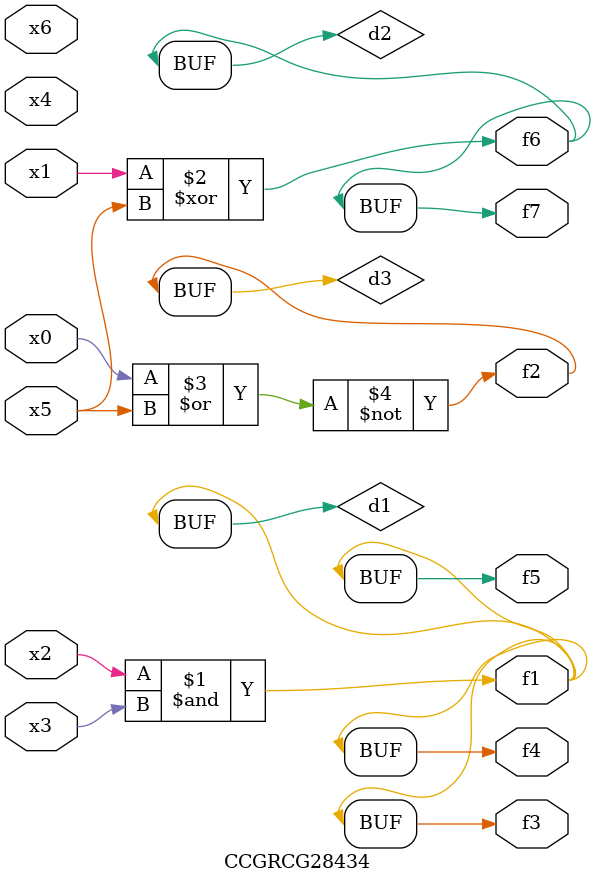
<source format=v>
module CCGRCG28434(
	input x0, x1, x2, x3, x4, x5, x6,
	output f1, f2, f3, f4, f5, f6, f7
);

	wire d1, d2, d3;

	and (d1, x2, x3);
	xor (d2, x1, x5);
	nor (d3, x0, x5);
	assign f1 = d1;
	assign f2 = d3;
	assign f3 = d1;
	assign f4 = d1;
	assign f5 = d1;
	assign f6 = d2;
	assign f7 = d2;
endmodule

</source>
